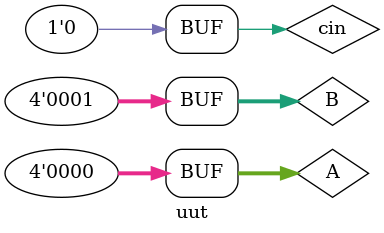
<source format=v>
`timescale 1ns / 1ps


module uut;

	// Inputs
	reg [3:0] A;
	reg [3:0] B;
	reg cin;

	// Outputs
	wire [6:0] D;
	wire Overflow;

	// Instantiate the Unit Under Test (UUT)
	top uut (
		.A(A), 
		.B(B), 
		.cin(cin), 
		.D(D), 
		.Overflow(Overflow)
	);

	initial begin
		// Initialize Inputs
		A = 0;
		B = 0;
		cin = 0;

		// Wait 100 ns for global reset to finish
			  A=4'b0010; B=4'b0010; cin=0;
		#500 A=4'b0000; B=4'b0001; cin=0;
		#900;
        
		// Add stimulus here

	end
      
endmodule


</source>
